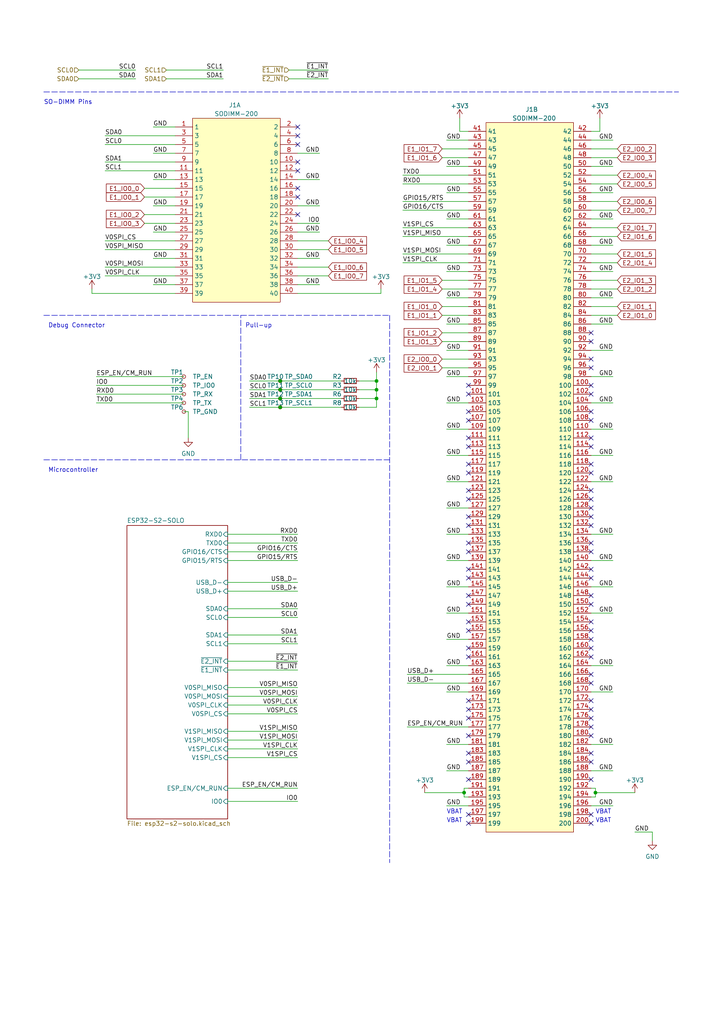
<source format=kicad_sch>
(kicad_sch (version 20211123) (generator eeschema)
  (paper "A4" portrait)
  (lib_symbols
    (symbol "Connector:SODIMM-200"
      (property "Reference" "J" (at 0 1.27 0))
      (property "Value" "SODIMM-200" (at 0 -1.27 0))
      (symbol "SODIMM-200_1_1"
        (rectangle (start -12.7 25.4) (end 12.7 -27.94) (fill (type background)))
        (pin passive line (at -17.78 22.86 0) (length 5.08) (name "1") (number "1"))
        (pin passive line (at 17.78 12.7 180) (length 5.08) (name "10") (number "10"))
        (pin passive line (at -17.78 10.16 0) (length 5.08) (name "11") (number "11"))
        (pin passive line (at 17.78 10.16 180) (length 5.08) (name "12") (number "12"))
        (pin passive line (at -17.78 7.62 0) (length 5.08) (name "13") (number "13"))
        (pin passive line (at 17.78 7.62 180) (length 5.08) (name "14") (number "14"))
        (pin passive line (at -17.78 5.08 0) (length 5.08) (name "15") (number "15"))
        (pin passive line (at 17.78 5.08 180) (length 5.08) (name "16") (number "16"))
        (pin passive line (at -17.78 2.54 0) (length 5.08) (name "17") (number "17"))
        (pin passive line (at 17.78 2.54 180) (length 5.08) (name "18") (number "18"))
        (pin passive line (at -17.78 0 0) (length 5.08) (name "19") (number "19"))
        (pin passive line (at 17.78 22.86 180) (length 5.08) (name "2") (number "2"))
        (pin passive line (at 17.78 0 180) (length 5.08) (name "20") (number "20"))
        (pin passive line (at -17.78 -2.54 0) (length 5.08) (name "21") (number "21"))
        (pin passive line (at 17.78 -2.54 180) (length 5.08) (name "22") (number "22"))
        (pin passive line (at -17.78 -5.08 0) (length 5.08) (name "23") (number "23"))
        (pin passive line (at 17.78 -5.08 180) (length 5.08) (name "24") (number "24"))
        (pin passive line (at -17.78 -7.62 0) (length 5.08) (name "25") (number "25"))
        (pin passive line (at 17.78 -7.62 180) (length 5.08) (name "26") (number "26"))
        (pin passive line (at -17.78 -10.16 0) (length 5.08) (name "27") (number "27"))
        (pin passive line (at 17.78 -10.16 180) (length 5.08) (name "28") (number "28"))
        (pin passive line (at -17.78 -12.7 0) (length 5.08) (name "29") (number "29"))
        (pin passive line (at -17.78 20.32 0) (length 5.08) (name "3") (number "3"))
        (pin passive line (at 17.78 -12.7 180) (length 5.08) (name "30") (number "30"))
        (pin passive line (at -17.78 -15.24 0) (length 5.08) (name "31") (number "31"))
        (pin passive line (at 17.78 -15.24 180) (length 5.08) (name "32") (number "32"))
        (pin passive line (at -17.78 -17.78 0) (length 5.08) (name "33") (number "33"))
        (pin passive line (at 17.78 -17.78 180) (length 5.08) (name "34") (number "34"))
        (pin passive line (at -17.78 -20.32 0) (length 5.08) (name "35") (number "35"))
        (pin passive line (at 17.78 -20.32 180) (length 5.08) (name "36") (number "36"))
        (pin passive line (at -17.78 -22.86 0) (length 5.08) (name "37") (number "37"))
        (pin passive line (at 17.78 -22.86 180) (length 5.08) (name "38") (number "38"))
        (pin passive line (at -17.78 -25.4 0) (length 5.08) (name "39") (number "39"))
        (pin passive line (at 17.78 20.32 180) (length 5.08) (name "4") (number "4"))
        (pin passive line (at 17.78 -25.4 180) (length 5.08) (name "40") (number "40"))
        (pin passive line (at -17.78 17.78 0) (length 5.08) (name "5") (number "5"))
        (pin passive line (at 17.78 17.78 180) (length 5.08) (name "6") (number "6"))
        (pin passive line (at -17.78 15.24 0) (length 5.08) (name "7") (number "7"))
        (pin passive line (at 17.78 15.24 180) (length 5.08) (name "8") (number "8"))
        (pin passive line (at -17.78 12.7 0) (length 5.08) (name "9") (number "9"))
      )
      (symbol "SODIMM-200_2_1"
        (rectangle (start -12.7 -104.14) (end 12.7 101.6) (fill (type background)))
        (pin passive line (at 17.78 25.4 180) (length 5.08) (name "100") (number "100"))
        (pin passive line (at -17.78 22.86 0) (length 5.08) (name "101") (number "101"))
        (pin passive line (at 17.78 22.86 180) (length 5.08) (name "102") (number "102"))
        (pin passive line (at -17.78 20.32 0) (length 5.08) (name "103") (number "103"))
        (pin passive line (at 17.78 20.32 180) (length 5.08) (name "104") (number "104"))
        (pin passive line (at -17.78 17.78 0) (length 5.08) (name "105") (number "105"))
        (pin passive line (at 17.78 17.78 180) (length 5.08) (name "106") (number "106"))
        (pin passive line (at -17.78 15.24 0) (length 5.08) (name "107") (number "107"))
        (pin passive line (at 17.78 15.24 180) (length 5.08) (name "108") (number "108"))
        (pin passive line (at -17.78 12.7 0) (length 5.08) (name "109") (number "109"))
        (pin passive line (at 17.78 12.7 180) (length 5.08) (name "110") (number "110"))
        (pin passive line (at -17.78 10.16 0) (length 5.08) (name "111") (number "111"))
        (pin passive line (at 17.78 10.16 180) (length 5.08) (name "112") (number "112"))
        (pin passive line (at -17.78 7.62 0) (length 5.08) (name "113") (number "113"))
        (pin passive line (at 17.78 7.62 180) (length 5.08) (name "114") (number "114"))
        (pin passive line (at -17.78 5.08 0) (length 5.08) (name "115") (number "115"))
        (pin passive line (at 17.78 5.08 180) (length 5.08) (name "116") (number "116"))
        (pin passive line (at -17.78 2.54 0) (length 5.08) (name "117") (number "117"))
        (pin passive line (at 17.78 2.54 180) (length 5.08) (name "118") (number "118"))
        (pin passive line (at -17.78 0 0) (length 5.08) (name "119") (number "119"))
        (pin passive line (at 17.78 0 180) (length 5.08) (name "120") (number "120"))
        (pin passive line (at -17.78 -2.54 0) (length 5.08) (name "121") (number "121"))
        (pin passive line (at 17.78 -2.54 180) (length 5.08) (name "122") (number "122"))
        (pin passive line (at -17.78 -5.08 0) (length 5.08) (name "123") (number "123"))
        (pin passive line (at 17.78 -5.08 180) (length 5.08) (name "124") (number "124"))
        (pin passive line (at -17.78 -7.62 0) (length 5.08) (name "125") (number "125"))
        (pin passive line (at 17.78 -7.62 180) (length 5.08) (name "126") (number "126"))
        (pin passive line (at -17.78 -10.16 0) (length 5.08) (name "127") (number "127"))
        (pin passive line (at 17.78 -10.16 180) (length 5.08) (name "128") (number "128"))
        (pin passive line (at -17.78 -12.7 0) (length 5.08) (name "129") (number "129"))
        (pin passive line (at 17.78 -12.7 180) (length 5.08) (name "130") (number "130"))
        (pin passive line (at -17.78 -15.24 0) (length 5.08) (name "131") (number "131"))
        (pin passive line (at 17.78 -15.24 180) (length 5.08) (name "132") (number "132"))
        (pin passive line (at -17.78 -17.78 0) (length 5.08) (name "133") (number "133"))
        (pin passive line (at 17.78 -17.78 180) (length 5.08) (name "134") (number "134"))
        (pin passive line (at -17.78 -20.32 0) (length 5.08) (name "135") (number "135"))
        (pin passive line (at 17.78 -20.32 180) (length 5.08) (name "136") (number "136"))
        (pin passive line (at -17.78 -22.86 0) (length 5.08) (name "137") (number "137"))
        (pin passive line (at 17.78 -22.86 180) (length 5.08) (name "138") (number "138"))
        (pin passive line (at -17.78 -25.4 0) (length 5.08) (name "139") (number "139"))
        (pin passive line (at 17.78 -25.4 180) (length 5.08) (name "140") (number "140"))
        (pin passive line (at -17.78 -27.94 0) (length 5.08) (name "141") (number "141"))
        (pin passive line (at 17.78 -27.94 180) (length 5.08) (name "142") (number "142"))
        (pin passive line (at -17.78 -30.48 0) (length 5.08) (name "143") (number "143"))
        (pin passive line (at 17.78 -30.48 180) (length 5.08) (name "144") (number "144"))
        (pin passive line (at -17.78 -33.02 0) (length 5.08) (name "145") (number "145"))
        (pin passive line (at 17.78 -33.02 180) (length 5.08) (name "146") (number "146"))
        (pin passive line (at -17.78 -35.56 0) (length 5.08) (name "147") (number "147"))
        (pin passive line (at 17.78 -35.56 180) (length 5.08) (name "148") (number "148"))
        (pin passive line (at -17.78 -38.1 0) (length 5.08) (name "149") (number "149"))
        (pin passive line (at 17.78 -38.1 180) (length 5.08) (name "150") (number "150"))
        (pin passive line (at -17.78 -40.64 0) (length 5.08) (name "151") (number "151"))
        (pin passive line (at 17.78 -40.64 180) (length 5.08) (name "152") (number "152"))
        (pin passive line (at -17.78 -43.18 0) (length 5.08) (name "153") (number "153"))
        (pin passive line (at 17.78 -43.18 180) (length 5.08) (name "154") (number "154"))
        (pin passive line (at -17.78 -45.72 0) (length 5.08) (name "155") (number "155"))
        (pin passive line (at 17.78 -45.72 180) (length 5.08) (name "156") (number "156"))
        (pin passive line (at -17.78 -48.26 0) (length 5.08) (name "157") (number "157"))
        (pin passive line (at 17.78 -48.26 180) (length 5.08) (name "158") (number "158"))
        (pin passive line (at -17.78 -50.8 0) (length 5.08) (name "159") (number "159"))
        (pin passive line (at 17.78 -50.8 180) (length 5.08) (name "160") (number "160"))
        (pin passive line (at -17.78 -53.34 0) (length 5.08) (name "161") (number "161"))
        (pin passive line (at 17.78 -53.34 180) (length 5.08) (name "162") (number "162"))
        (pin passive line (at -17.78 -55.88 0) (length 5.08) (name "163") (number "163"))
        (pin passive line (at 17.78 -55.88 180) (length 5.08) (name "164") (number "164"))
        (pin passive line (at -17.78 -58.42 0) (length 5.08) (name "165") (number "165"))
        (pin passive line (at 17.78 -58.42 180) (length 5.08) (name "166") (number "166"))
        (pin passive line (at -17.78 -60.96 0) (length 5.08) (name "167") (number "167"))
        (pin passive line (at 17.78 -60.96 180) (length 5.08) (name "168") (number "168"))
        (pin passive line (at -17.78 -63.5 0) (length 5.08) (name "169") (number "169"))
        (pin passive line (at 17.78 -63.5 180) (length 5.08) (name "170") (number "170"))
        (pin passive line (at -17.78 -66.04 0) (length 5.08) (name "171") (number "171"))
        (pin passive line (at 17.78 -66.04 180) (length 5.08) (name "172") (number "172"))
        (pin passive line (at -17.78 -68.58 0) (length 5.08) (name "173") (number "173"))
        (pin passive line (at 17.78 -68.58 180) (length 5.08) (name "174") (number "174"))
        (pin passive line (at -17.78 -71.12 0) (length 5.08) (name "175") (number "175"))
        (pin passive line (at 17.78 -71.12 180) (length 5.08) (name "176") (number "176"))
        (pin passive line (at -17.78 -73.66 0) (length 5.08) (name "177") (number "177"))
        (pin passive line (at 17.78 -73.66 180) (length 5.08) (name "178") (number "178"))
        (pin passive line (at -17.78 -76.2 0) (length 5.08) (name "179") (number "179"))
        (pin passive line (at 17.78 -76.2 180) (length 5.08) (name "180") (number "180"))
        (pin passive line (at -17.78 -78.74 0) (length 5.08) (name "181") (number "181"))
        (pin passive line (at 17.78 -78.74 180) (length 5.08) (name "182") (number "182"))
        (pin passive line (at -17.78 -81.28 0) (length 5.08) (name "183") (number "183"))
        (pin passive line (at 17.78 -81.28 180) (length 5.08) (name "184") (number "184"))
        (pin passive line (at -17.78 -83.82 0) (length 5.08) (name "185") (number "185"))
        (pin passive line (at 17.78 -83.82 180) (length 5.08) (name "186") (number "186"))
        (pin passive line (at -17.78 -86.36 0) (length 5.08) (name "187") (number "187"))
        (pin passive line (at 17.78 -86.36 180) (length 5.08) (name "188") (number "188"))
        (pin passive line (at -17.78 -88.9 0) (length 5.08) (name "189") (number "189"))
        (pin passive line (at 17.78 -88.9 180) (length 5.08) (name "190") (number "190"))
        (pin passive line (at -17.78 -91.44 0) (length 5.08) (name "191") (number "191"))
        (pin passive line (at 17.78 -91.44 180) (length 5.08) (name "192") (number "192"))
        (pin passive line (at -17.78 -93.98 0) (length 5.08) (name "193") (number "193"))
        (pin passive line (at 17.78 -93.98 180) (length 5.08) (name "194") (number "194"))
        (pin passive line (at -17.78 -96.52 0) (length 5.08) (name "195") (number "195"))
        (pin passive line (at 17.78 -96.52 180) (length 5.08) (name "196") (number "196"))
        (pin passive line (at -17.78 -99.06 0) (length 5.08) (name "197") (number "197"))
        (pin passive line (at 17.78 -99.06 180) (length 5.08) (name "198") (number "198"))
        (pin passive line (at -17.78 -101.6 0) (length 5.08) (name "199") (number "199"))
        (pin passive line (at 17.78 -101.6 180) (length 5.08) (name "200") (number "200"))
        (pin passive line (at -17.78 99.06 0) (length 5.08) (name "41") (number "41"))
        (pin passive line (at 17.78 99.06 180) (length 5.08) (name "42") (number "42"))
        (pin passive line (at -17.78 96.52 0) (length 5.08) (name "43") (number "43"))
        (pin passive line (at 17.78 96.52 180) (length 5.08) (name "44") (number "44"))
        (pin passive line (at -17.78 93.98 0) (length 5.08) (name "45") (number "45"))
        (pin passive line (at 17.78 93.98 180) (length 5.08) (name "46") (number "46"))
        (pin passive line (at -17.78 91.44 0) (length 5.08) (name "47") (number "47"))
        (pin passive line (at 17.78 91.44 180) (length 5.08) (name "48") (number "48"))
        (pin passive line (at -17.78 88.9 0) (length 5.08) (name "49") (number "49"))
        (pin passive line (at 17.78 88.9 180) (length 5.08) (name "50") (number "50"))
        (pin passive line (at -17.78 86.36 0) (length 5.08) (name "51") (number "51"))
        (pin passive line (at 17.78 86.36 180) (length 5.08) (name "52") (number "52"))
        (pin passive line (at -17.78 83.82 0) (length 5.08) (name "53") (number "53"))
        (pin passive line (at 17.78 83.82 180) (length 5.08) (name "54") (number "54"))
        (pin passive line (at -17.78 81.28 0) (length 5.08) (name "55") (number "55"))
        (pin passive line (at 17.78 81.28 180) (length 5.08) (name "56") (number "56"))
        (pin passive line (at -17.78 78.74 0) (length 5.08) (name "57") (number "57"))
        (pin passive line (at 17.78 78.74 180) (length 5.08) (name "58") (number "58"))
        (pin passive line (at -17.78 76.2 0) (length 5.08) (name "59") (number "59"))
        (pin passive line (at 17.78 76.2 180) (length 5.08) (name "60") (number "60"))
        (pin passive line (at -17.78 73.66 0) (length 5.08) (name "61") (number "61"))
        (pin passive line (at 17.78 73.66 180) (length 5.08) (name "62") (number "62"))
        (pin passive line (at -17.78 71.12 0) (length 5.08) (name "63") (number "63"))
        (pin passive line (at 17.78 71.12 180) (length 5.08) (name "64") (number "64"))
        (pin passive line (at -17.78 68.58 0) (length 5.08) (name "65") (number "65"))
        (pin passive line (at 17.78 68.58 180) (length 5.08) (name "66") (number "66"))
        (pin passive line (at -17.78 66.04 0) (length 5.08) (name "67") (number "67"))
        (pin passive line (at 17.78 66.04 180) (length 5.08) (name "68") (number "68"))
        (pin passive line (at -17.78 63.5 0) (length 5.08) (name "69") (number "69"))
        (pin passive line (at 17.78 63.5 180) (length 5.08) (name "70") (number "70"))
        (pin passive line (at -17.78 60.96 0) (length 5.08) (name "71") (number "71"))
        (pin passive line (at 17.78 60.96 180) (length 5.08) (name "72") (number "72"))
        (pin passive line (at -17.78 58.42 0) (length 5.08) (name "73") (number "73"))
        (pin passive line (at 17.78 58.42 180) (length 5.08) (name "74") (number "74"))
        (pin passive line (at -17.78 55.88 0) (length 5.08) (name "75") (number "75"))
        (pin passive line (at 17.78 55.88 180) (length 5.08) (name "76") (number "76"))
        (pin passive line (at -17.78 53.34 0) (length 5.08) (name "77") (number "77"))
        (pin passive line (at 17.78 53.34 180) (length 5.08) (name "78") (number "78"))
        (pin passive line (at -17.78 50.8 0) (length 5.08) (name "79") (number "79"))
        (pin passive line (at 17.78 50.8 180) (length 5.08) (name "80") (number "80"))
        (pin passive line (at -17.78 48.26 0) (length 5.08) (name "81") (number "81"))
        (pin passive line (at 17.78 48.26 180) (length 5.08) (name "82") (number "82"))
        (pin passive line (at -17.78 45.72 0) (length 5.08) (name "83") (number "83"))
        (pin passive line (at 17.78 45.72 180) (length 5.08) (name "84") (number "84"))
        (pin passive line (at -17.78 43.18 0) (length 5.08) (name "85") (number "85"))
        (pin passive line (at 17.78 43.18 180) (length 5.08) (name "86") (number "86"))
        (pin passive line (at -17.78 40.64 0) (length 5.08) (name "87") (number "87"))
        (pin passive line (at 17.78 40.64 180) (length 5.08) (name "88") (number "88"))
        (pin passive line (at -17.78 38.1 0) (length 5.08) (name "89") (number "89"))
        (pin passive line (at 17.78 38.1 180) (length 5.08) (name "90") (number "90"))
        (pin passive line (at -17.78 35.56 0) (length 5.08) (name "91") (number "91"))
        (pin passive line (at 17.78 35.56 180) (length 5.08) (name "92") (number "92"))
        (pin passive line (at -17.78 33.02 0) (length 5.08) (name "93") (number "93"))
        (pin passive line (at 17.78 33.02 180) (length 5.08) (name "94") (number "94"))
        (pin passive line (at -17.78 30.48 0) (length 5.08) (name "95") (number "95"))
        (pin passive line (at 17.78 30.48 180) (length 5.08) (name "96") (number "96"))
        (pin passive line (at -17.78 27.94 0) (length 5.08) (name "97") (number "97"))
        (pin passive line (at 17.78 27.94 180) (length 5.08) (name "98") (number "98"))
        (pin passive line (at -17.78 25.4 0) (length 5.08) (name "99") (number "99"))
      )
    )
    (symbol "Connector:TestPoint_Small" (pin_numbers hide) (pin_names (offset 0.762) hide)
      (property "Reference" "TP" (at 0 3.81 0))
      (property "Value" "TestPoint_Small" (at 0 2.032 0))
      (symbol "TestPoint_Small_0_1"
        (circle (center 0 0) (radius 0.508))
      )
      (symbol "TestPoint_Small_1_1"
        (pin passive line (at 0 0 90) (length 0) (name "1") (number "1"))
      )
    )
    (symbol "Device:R_Small" (pin_numbers hide) (pin_names (offset 0.254) hide)
      (property "Reference" "R" (at 0.762 0.508 0))
      (property "Value" "R_Small" (at 0.762 -1.016 0))
      (symbol "R_Small_0_1"
        (rectangle (start -0.762 1.778) (end 0.762 -1.778) (stroke (width 0.2032)))
      )
      (symbol "R_Small_1_1"
        (pin passive line (at 0 2.54 270) (length 0.762) (name "~") (number "1"))
        (pin passive line (at 0 -2.54 90) (length 0.762) (name "~") (number "2"))
      )
    )
    (symbol "power:+3V3" (power) (pin_names (offset 0))
      (property "Value" "+3V3" (at 0 3.556 0))
      (symbol "+3V3_0_1"
        (polyline (pts (xy -0.762 1.27) (xy 0 2.54)))
        (polyline (pts (xy 0 0) (xy 0 2.54)))
        (polyline (pts (xy 0 2.54) (xy 0.762 1.27)))
      )
      (symbol "+3V3_1_1"
        (pin power_in line (at 0 0 90) (length 0) hide (name "+3V3") (number "1"))
      )
    )
    (symbol "power:GND" (power) (pin_names (offset 0))
      (property "Value" "GND" (at 0 -3.81 0))
      (symbol "GND_0_1"
        (polyline (pts (xy 0 0) (xy 0 -1.27) (xy 1.27 -1.27) (xy 0 -2.54) (xy -1.27 -1.27) (xy 0 -1.27)))
      )
      (symbol "GND_1_1"
        (pin power_in line (at 0 0 270) (length 0) hide (name "GND") (number "1"))
      )
    )
  )
  (junction (at 81.28 110.49))
  (junction (at 81.28 115.57))
  (junction (at 81.28 113.03))
  (junction (at 81.28 118.11))
  (junction (at 109.22 115.57))
  (junction (at 109.22 113.03))
  (junction (at 109.22 110.49))
  (junction (at 134.62 229.87))
  (junction (at 172.72 229.87))
  (no_connect (at 171.45 187.96))
  (no_connect (at 171.45 127))
  (no_connect (at 171.45 114.3))
  (no_connect (at 171.45 236.22))
  (no_connect (at 171.45 238.76))
  (no_connect (at 135.89 236.22))
  (no_connect (at 135.89 238.76))
  (no_connect (at 171.45 144.78))
  (no_connect (at 171.45 198.12))
  (no_connect (at 171.45 129.54))
  (no_connect (at 135.89 180.34))
  (no_connect (at 171.45 160.02))
  (no_connect (at 171.45 152.4))
  (no_connect (at 135.89 142.24))
  (no_connect (at 135.89 187.96))
  (no_connect (at 171.45 142.24))
  (no_connect (at 171.45 99.06))
  (no_connect (at 135.89 114.3))
  (no_connect (at 86.36 62.23))
  (no_connect (at 171.45 104.14))
  (no_connect (at 86.36 36.83))
  (no_connect (at 86.36 46.99))
  (no_connect (at 171.45 96.52))
  (no_connect (at 135.89 182.88))
  (no_connect (at 135.89 152.4))
  (no_connect (at 135.89 127))
  (no_connect (at 135.89 172.72))
  (no_connect (at 171.45 218.44))
  (no_connect (at 171.45 220.98))
  (no_connect (at 86.36 57.15))
  (no_connect (at 171.45 149.86))
  (no_connect (at 171.45 172.72))
  (no_connect (at 171.45 226.06))
  (no_connect (at 135.89 119.38))
  (no_connect (at 171.45 180.34))
  (no_connect (at 171.45 175.26))
  (no_connect (at 135.89 167.64))
  (no_connect (at 171.45 119.38))
  (no_connect (at 171.45 106.68))
  (no_connect (at 135.89 203.2))
  (no_connect (at 135.89 208.28))
  (no_connect (at 171.45 208.28))
  (no_connect (at 135.89 144.78))
  (no_connect (at 171.45 203.2))
  (no_connect (at 171.45 190.5))
  (no_connect (at 171.45 195.58))
  (no_connect (at 135.89 213.36))
  (no_connect (at 171.45 182.88))
  (no_connect (at 135.89 205.74))
  (no_connect (at 171.45 213.36))
  (no_connect (at 135.89 137.16))
  (no_connect (at 135.89 220.98))
  (no_connect (at 135.89 111.76))
  (no_connect (at 86.36 49.53))
  (no_connect (at 171.45 121.92))
  (no_connect (at 135.89 157.48))
  (no_connect (at 135.89 165.1))
  (no_connect (at 171.45 134.62))
  (no_connect (at 171.45 210.82))
  (no_connect (at 171.45 167.64))
  (no_connect (at 135.89 134.62))
  (no_connect (at 171.45 165.1))
  (no_connect (at 171.45 137.16))
  (no_connect (at 135.89 190.5))
  (no_connect (at 171.45 111.76))
  (no_connect (at 171.45 185.42))
  (no_connect (at 135.89 160.02))
  (no_connect (at 135.89 129.54))
  (no_connect (at 171.45 157.48))
  (no_connect (at 171.45 205.74))
  (no_connect (at 135.89 121.92))
  (no_connect (at 135.89 226.06))
  (no_connect (at 86.36 39.37))
  (no_connect (at 86.36 41.91))
  (no_connect (at 86.36 54.61))
  (no_connect (at 135.89 175.26))
  (no_connect (at 135.89 218.44))
  (no_connect (at 171.45 147.32))
  (no_connect (at 135.89 149.86))
  (wire (pts (xy 66.04 199.39) (xy 86.36 199.39)))
  (wire (pts (xy 30.48 72.39) (xy 50.8 72.39)))
  (wire (pts (xy 171.45 73.66) (xy 179.07 73.66)))
  (wire (pts (xy 135.89 231.14) (xy 134.62 231.14)))
  (wire (pts (xy 86.36 77.47) (xy 95.25 77.47)))
  (wire (pts (xy 129.54 170.18) (xy 135.89 170.18)))
  (wire (pts (xy 72.39 110.49) (xy 81.28 110.49)))
  (wire (pts (xy 171.45 83.82) (xy 179.07 83.82)))
  (wire (pts (xy 171.45 68.58) (xy 179.07 68.58)))
  (wire (pts (xy 177.8 162.56) (xy 171.45 162.56)))
  (wire (pts (xy 177.8 101.6) (xy 171.45 101.6)))
  (wire (pts (xy 172.72 229.87) (xy 184.15 229.87)))
  (wire (pts (xy 116.84 76.2) (xy 135.89 76.2)))
  (wire (pts (xy 177.8 124.46) (xy 171.45 124.46)))
  (wire (pts (xy 177.8 116.84) (xy 171.45 116.84)))
  (wire (pts (xy 177.8 40.64) (xy 171.45 40.64)))
  (wire (pts (xy 81.28 118.11) (xy 99.06 118.11)))
  (wire (pts (xy 128.27 91.44) (xy 135.89 91.44)))
  (wire (pts (xy 83.82 22.86) (xy 95.25 22.86)))
  (wire (pts (xy 171.45 76.2) (xy 179.07 76.2)))
  (wire (pts (xy 66.04 171.45) (xy 86.36 171.45)))
  (wire (pts (xy 27.94 109.22) (xy 53.34 109.22)))
  (wire (pts (xy 86.36 85.09) (xy 110.49 85.09)))
  (wire (pts (xy 66.04 228.6) (xy 86.36 228.6)))
  (wire (pts (xy 172.72 228.6) (xy 172.72 229.87)))
  (wire (pts (xy 129.54 223.52) (xy 135.89 223.52)))
  (wire (pts (xy 72.39 118.11) (xy 81.28 118.11)))
  (wire (pts (xy 129.54 93.98) (xy 135.89 93.98)))
  (wire (pts (xy 44.45 67.31) (xy 50.8 67.31)))
  (wire (pts (xy 44.45 74.93) (xy 50.8 74.93)))
  (wire (pts (xy 48.26 20.32) (xy 64.77 20.32)))
  (wire (pts (xy 128.27 106.68) (xy 135.89 106.68)))
  (wire (pts (xy 116.84 58.42) (xy 135.89 58.42)))
  (wire (pts (xy 92.71 82.55) (xy 86.36 82.55)))
  (wire (pts (xy 173.99 38.1) (xy 171.45 38.1)))
  (wire (pts (xy 66.04 194.31) (xy 86.36 194.31)))
  (wire (pts (xy 104.14 118.11) (xy 109.22 118.11)))
  (wire (pts (xy 22.86 20.32) (xy 39.37 20.32)))
  (wire (pts (xy 66.04 157.48) (xy 86.36 157.48)))
  (wire (pts (xy 116.84 60.96) (xy 135.89 60.96)))
  (wire (pts (xy 109.22 115.57) (xy 109.22 118.11)))
  (wire (pts (xy 30.48 41.91) (xy 50.8 41.91)))
  (wire (pts (xy 129.54 63.5) (xy 135.89 63.5)))
  (wire (pts (xy 66.04 232.41) (xy 86.36 232.41)))
  (wire (pts (xy 104.14 113.03) (xy 109.22 113.03)))
  (wire (pts (xy 110.49 83.82) (xy 110.49 85.09)))
  (wire (pts (xy 128.27 43.18) (xy 135.89 43.18)))
  (wire (pts (xy 30.48 77.47) (xy 50.8 77.47)))
  (wire (pts (xy 30.48 39.37) (xy 50.8 39.37)))
  (wire (pts (xy 129.54 101.6) (xy 135.89 101.6)))
  (wire (pts (xy 171.45 88.9) (xy 179.07 88.9)))
  (wire (pts (xy 26.67 85.09) (xy 50.8 85.09)))
  (wire (pts (xy 129.54 78.74) (xy 135.89 78.74)))
  (wire (pts (xy 30.48 49.53) (xy 50.8 49.53)))
  (wire (pts (xy 129.54 185.42) (xy 135.89 185.42)))
  (wire (pts (xy 172.72 229.87) (xy 172.72 231.14)))
  (wire (pts (xy 66.04 176.53) (xy 86.36 176.53)))
  (wire (pts (xy 171.45 50.8) (xy 179.07 50.8)))
  (wire (pts (xy 177.8 233.68) (xy 171.45 233.68)))
  (wire (pts (xy 123.19 229.87) (xy 134.62 229.87)))
  (wire (pts (xy 129.54 139.7) (xy 135.89 139.7)))
  (wire (pts (xy 116.84 73.66) (xy 135.89 73.66)))
  (wire (pts (xy 177.8 177.8) (xy 171.45 177.8)))
  (wire (pts (xy 66.04 184.15) (xy 86.36 184.15)))
  (wire (pts (xy 41.91 62.23) (xy 50.8 62.23)))
  (wire (pts (xy 66.04 214.63) (xy 86.36 214.63)))
  (wire (pts (xy 66.04 154.94) (xy 86.36 154.94)))
  (wire (pts (xy 116.84 68.58) (xy 135.89 68.58)))
  (wire (pts (xy 92.71 44.45) (xy 86.36 44.45)))
  (polyline (pts (xy 12.7 91.44) (xy 113.03 91.44)))
  (wire (pts (xy 44.45 36.83) (xy 50.8 36.83)))
  (wire (pts (xy 128.27 104.14) (xy 135.89 104.14)))
  (wire (pts (xy 177.8 200.66) (xy 171.45 200.66)))
  (wire (pts (xy 92.71 59.69) (xy 86.36 59.69)))
  (wire (pts (xy 171.45 228.6) (xy 172.72 228.6)))
  (wire (pts (xy 86.36 69.85) (xy 95.25 69.85)))
  (wire (pts (xy 27.94 116.84) (xy 53.34 116.84)))
  (wire (pts (xy 41.91 64.77) (xy 50.8 64.77)))
  (wire (pts (xy 177.8 139.7) (xy 171.45 139.7)))
  (wire (pts (xy 116.84 53.34) (xy 135.89 53.34)))
  (wire (pts (xy 44.45 59.69) (xy 50.8 59.69)))
  (wire (pts (xy 129.54 109.22) (xy 135.89 109.22)))
  (wire (pts (xy 86.36 80.01) (xy 95.25 80.01)))
  (wire (pts (xy 109.22 113.03) (xy 109.22 115.57)))
  (wire (pts (xy 177.8 71.12) (xy 171.45 71.12)))
  (wire (pts (xy 116.84 50.8) (xy 135.89 50.8)))
  (polyline (pts (xy 113.03 133.35) (xy 64.77 133.35)))
  (wire (pts (xy 129.54 233.68) (xy 135.89 233.68)))
  (wire (pts (xy 86.36 64.77) (xy 92.71 64.77)))
  (wire (pts (xy 83.82 20.32) (xy 95.25 20.32)))
  (wire (pts (xy 44.45 82.55) (xy 50.8 82.55)))
  (wire (pts (xy 118.11 195.58) (xy 135.89 195.58)))
  (wire (pts (xy 171.45 81.28) (xy 179.07 81.28)))
  (wire (pts (xy 66.04 217.17) (xy 86.36 217.17)))
  (polyline (pts (xy 12.7 133.35) (xy 64.77 133.35)))
  (wire (pts (xy 30.48 69.85) (xy 50.8 69.85)))
  (wire (pts (xy 129.54 71.12) (xy 135.89 71.12)))
  (wire (pts (xy 171.45 91.44) (xy 179.07 91.44)))
  (wire (pts (xy 44.45 52.07) (xy 50.8 52.07)))
  (wire (pts (xy 66.04 201.93) (xy 86.36 201.93)))
  (wire (pts (xy 30.48 80.01) (xy 50.8 80.01)))
  (wire (pts (xy 129.54 154.94) (xy 135.89 154.94)))
  (wire (pts (xy 177.8 132.08) (xy 171.45 132.08)))
  (wire (pts (xy 30.48 46.99) (xy 50.8 46.99)))
  (wire (pts (xy 104.14 110.49) (xy 109.22 110.49)))
  (wire (pts (xy 184.15 241.3) (xy 189.23 241.3)))
  (wire (pts (xy 128.27 45.72) (xy 135.89 45.72)))
  (wire (pts (xy 54.61 119.38) (xy 54.61 127)))
  (wire (pts (xy 116.84 66.04) (xy 135.89 66.04)))
  (wire (pts (xy 92.71 67.31) (xy 86.36 67.31)))
  (wire (pts (xy 128.27 99.06) (xy 135.89 99.06)))
  (wire (pts (xy 66.04 219.71) (xy 86.36 219.71)))
  (wire (pts (xy 129.54 162.56) (xy 135.89 162.56)))
  (wire (pts (xy 133.35 38.1) (xy 135.89 38.1)))
  (wire (pts (xy 177.8 154.94) (xy 171.45 154.94)))
  (wire (pts (xy 177.8 63.5) (xy 171.45 63.5)))
  (wire (pts (xy 72.39 115.57) (xy 81.28 115.57)))
  (wire (pts (xy 129.54 55.88) (xy 135.89 55.88)))
  (wire (pts (xy 22.86 22.86) (xy 39.37 22.86)))
  (wire (pts (xy 27.94 114.3) (xy 53.34 114.3)))
  (wire (pts (xy 53.34 119.38) (xy 54.61 119.38)))
  (wire (pts (xy 171.45 45.72) (xy 179.07 45.72)))
  (wire (pts (xy 134.62 229.87) (xy 134.62 228.6)))
  (wire (pts (xy 189.23 241.3) (xy 189.23 243.84)))
  (wire (pts (xy 27.94 111.76) (xy 53.34 111.76)))
  (wire (pts (xy 66.04 179.07) (xy 86.36 179.07)))
  (wire (pts (xy 134.62 228.6) (xy 135.89 228.6)))
  (wire (pts (xy 128.27 83.82) (xy 135.89 83.82)))
  (wire (pts (xy 177.8 48.26) (xy 171.45 48.26)))
  (wire (pts (xy 177.8 78.74) (xy 171.45 78.74)))
  (wire (pts (xy 171.45 231.14) (xy 172.72 231.14)))
  (wire (pts (xy 177.8 223.52) (xy 171.45 223.52)))
  (wire (pts (xy 66.04 162.56) (xy 86.36 162.56)))
  (wire (pts (xy 173.99 34.29) (xy 173.99 38.1)))
  (wire (pts (xy 171.45 60.96) (xy 179.07 60.96)))
  (wire (pts (xy 109.22 110.49) (xy 109.22 107.95)))
  (wire (pts (xy 41.91 57.15) (xy 50.8 57.15)))
  (wire (pts (xy 177.8 93.98) (xy 171.45 93.98)))
  (polyline (pts (xy 113.03 91.44) (xy 113.03 250.19)))
  (wire (pts (xy 66.04 186.69) (xy 86.36 186.69)))
  (wire (pts (xy 41.91 54.61) (xy 50.8 54.61)))
  (wire (pts (xy 171.45 58.42) (xy 179.07 58.42)))
  (wire (pts (xy 66.04 191.77) (xy 86.36 191.77)))
  (wire (pts (xy 48.26 22.86) (xy 64.77 22.86)))
  (wire (pts (xy 66.04 160.02) (xy 86.36 160.02)))
  (wire (pts (xy 129.54 48.26) (xy 135.89 48.26)))
  (wire (pts (xy 129.54 124.46) (xy 135.89 124.46)))
  (wire (pts (xy 129.54 215.9) (xy 135.89 215.9)))
  (wire (pts (xy 129.54 132.08) (xy 135.89 132.08)))
  (wire (pts (xy 133.35 34.29) (xy 133.35 38.1)))
  (wire (pts (xy 171.45 66.04) (xy 179.07 66.04)))
  (wire (pts (xy 44.45 44.45) (xy 50.8 44.45)))
  (wire (pts (xy 86.36 72.39) (xy 95.25 72.39)))
  (wire (pts (xy 92.71 74.93) (xy 86.36 74.93)))
  (wire (pts (xy 128.27 96.52) (xy 135.89 96.52)))
  (wire (pts (xy 129.54 177.8) (xy 135.89 177.8)))
  (wire (pts (xy 177.8 193.04) (xy 171.45 193.04)))
  (wire (pts (xy 118.11 210.82) (xy 135.89 210.82)))
  (wire (pts (xy 128.27 81.28) (xy 135.89 81.28)))
  (wire (pts (xy 81.28 113.03) (xy 99.06 113.03)))
  (wire (pts (xy 128.27 88.9) (xy 135.89 88.9)))
  (wire (pts (xy 129.54 116.84) (xy 135.89 116.84)))
  (wire (pts (xy 134.62 231.14) (xy 134.62 229.87)))
  (wire (pts (xy 177.8 170.18) (xy 171.45 170.18)))
  (wire (pts (xy 104.14 115.57) (xy 109.22 115.57)))
  (wire (pts (xy 171.45 43.18) (xy 179.07 43.18)))
  (wire (pts (xy 177.8 55.88) (xy 171.45 55.88)))
  (polyline (pts (xy 69.85 133.35) (xy 69.85 91.44)))
  (wire (pts (xy 129.54 193.04) (xy 135.89 193.04)))
  (wire (pts (xy 177.8 86.36) (xy 171.45 86.36)))
  (wire (pts (xy 92.71 52.07) (xy 86.36 52.07)))
  (wire (pts (xy 129.54 86.36) (xy 135.89 86.36)))
  (wire (pts (xy 26.67 85.09) (xy 26.67 83.82)))
  (wire (pts (xy 81.28 110.49) (xy 99.06 110.49)))
  (wire (pts (xy 177.8 109.22) (xy 171.45 109.22)))
  (wire (pts (xy 66.04 212.09) (xy 86.36 212.09)))
  (wire (pts (xy 118.11 198.12) (xy 135.89 198.12)))
  (wire (pts (xy 109.22 113.03) (xy 109.22 110.49)))
  (wire (pts (xy 129.54 147.32) (xy 135.89 147.32)))
  (wire (pts (xy 81.28 115.57) (xy 99.06 115.57)))
  (wire (pts (xy 177.8 215.9) (xy 171.45 215.9)))
  (wire (pts (xy 129.54 40.64) (xy 135.89 40.64)))
  (wire (pts (xy 66.04 207.01) (xy 86.36 207.01)))
  (wire (pts (xy 72.39 113.03) (xy 81.28 113.03)))
  (wire (pts (xy 66.04 204.47) (xy 86.36 204.47)))
  (wire (pts (xy 129.54 200.66) (xy 135.89 200.66)))
  (wire (pts (xy 66.04 168.91) (xy 86.36 168.91)))
  (wire (pts (xy 171.45 53.34) (xy 179.07 53.34)))
  (polyline (pts (xy 12.7 26.67) (xy 196.85 26.67)))
  (text "Microcontroller" (at 13.97 137.16 0) (effects (font (size 1.27 1.27)) (justify left bottom)))
  (text "SO-DIMM Pins" (at 12.7 30.48 0) (effects (font (size 1.27 1.27)) (justify left bottom)))
  (text "VBAT" (at 129.54 238.76 0) (effects (font (size 1.27 1.27)) (justify left bottom)))
  (text "VBAT" (at 172.72 238.76 0) (effects (font (size 1.27 1.27)) (justify left bottom)))
  (text "VBAT" (at 129.54 236.22 0) (effects (font (size 1.27 1.27)) (justify left bottom)))
  (text "VBAT" (at 172.72 236.22 0) (effects (font (size 1.27 1.27)) (justify left bottom)))
  (text "Pull-up" (at 71.12 95.25 0) (effects (font (size 1.27 1.27)) (justify left bottom)))
  (text "Debug Connector" (at 13.97 95.25 0) (effects (font (size 1.27 1.27)) (justify left bottom)))
  (label "ESP_EN{slash}CM_RUN" (at 86.36 228.6 180))
  (label "GND" (at 129.54 124.46 0))
  (label "V1SPI_CLK" (at 86.36 217.17 180))
  (label "IO0" (at 86.36 232.41 180))
  (label "V1SPI_MISO" (at 116.84 68.58 0))
  (label "GND" (at 129.54 185.42 0))
  (label "TXD0" (at 27.94 116.84 0))
  (label "GND" (at 177.8 223.52 180))
  (label "GPIO16{slash}CTS" (at 86.36 160.02 180))
  (label "GND" (at 129.54 109.22 0))
  (label "GND" (at 92.71 52.07 180))
  (label "GND" (at 129.54 78.74 0))
  (label "SDA0" (at 72.39 110.49 0))
  (label "SCL1" (at 72.39 118.11 0))
  (label "RXD0" (at 27.94 114.3 0))
  (label "SCL1" (at 30.48 49.53 0))
  (label "SCL0" (at 30.48 41.91 0))
  (label "GND" (at 177.8 177.8 180))
  (label "~{E2_INT}" (at 95.25 22.86 180))
  (label "GPIO16{slash}CTS" (at 116.84 60.96 0))
  (label "GND" (at 92.71 59.69 180))
  (label "V1SPI_CS" (at 86.36 219.71 180))
  (label "V1SPI_MISO" (at 86.36 212.09 180))
  (label "GND" (at 44.45 82.55 0))
  (label "GND" (at 44.45 74.93 0))
  (label "GND" (at 177.8 170.18 180))
  (label "~{E1_INT}" (at 86.36 194.31 180))
  (label "SDA0" (at 86.36 176.53 180))
  (label "GND" (at 129.54 132.08 0))
  (label "V0SPI_CS" (at 30.48 69.85 0))
  (label "TXD0" (at 116.84 50.8 0))
  (label "GND" (at 129.54 193.04 0))
  (label "GND" (at 129.54 48.26 0))
  (label "V1SPI_CLK" (at 116.84 76.2 0))
  (label "GND" (at 92.71 82.55 180))
  (label "~{E1_INT}" (at 95.25 20.32 180))
  (label "GND" (at 177.8 215.9 180))
  (label "GND" (at 129.54 200.66 0))
  (label "GND" (at 92.71 44.45 180))
  (label "GND" (at 177.8 48.26 180))
  (label "GND" (at 129.54 223.52 0))
  (label "TXD0" (at 86.36 157.48 180))
  (label "USB_D+" (at 118.11 195.58 0))
  (label "GND" (at 177.8 200.66 180))
  (label "GND" (at 129.54 139.7 0))
  (label "GND" (at 129.54 154.94 0))
  (label "GND" (at 177.8 162.56 180))
  (label "GND" (at 177.8 55.88 180))
  (label "V1SPI_MOSI" (at 116.84 73.66 0))
  (label "V1SPI_MOSI" (at 86.36 214.63 180))
  (label "V0SPI_MISO" (at 86.36 199.39 180))
  (label "V0SPI_CLK" (at 30.48 80.01 0))
  (label "GND" (at 177.8 109.22 180))
  (label "GND" (at 129.54 233.68 0))
  (label "V0SPI_MISO" (at 30.48 72.39 0))
  (label "~{E2_INT}" (at 86.36 191.77 180))
  (label "V0SPI_CLK" (at 86.36 204.47 180))
  (label "SCL0" (at 86.36 179.07 180))
  (label "GND" (at 177.8 40.64 180))
  (label "GND" (at 177.8 101.6 180))
  (label "GND" (at 129.54 93.98 0))
  (label "USB_D-" (at 118.11 198.12 0))
  (label "GND" (at 44.45 52.07 0))
  (label "GND" (at 92.71 67.31 180))
  (label "USB_D-" (at 86.36 168.91 180))
  (label "GND" (at 177.8 154.94 180))
  (label "GND" (at 129.54 40.64 0))
  (label "USB_D+" (at 86.36 171.45 180))
  (label "GND" (at 177.8 233.68 180))
  (label "IO0" (at 92.71 64.77 180))
  (label "SCL1" (at 64.77 20.32 180))
  (label "V0SPI_MOSI" (at 30.48 77.47 0))
  (label "V1SPI_CS" (at 116.84 66.04 0))
  (label "RXD0" (at 116.84 53.34 0))
  (label "GND" (at 129.54 162.56 0))
  (label "GND" (at 129.54 116.84 0))
  (label "GND" (at 177.8 193.04 180))
  (label "SDA1" (at 72.39 115.57 0))
  (label "GPIO15{slash}RTS" (at 116.84 58.42 0))
  (label "GND" (at 44.45 59.69 0))
  (label "ESP_EN{slash}CM_RUN" (at 118.11 210.82 0))
  (label "GND" (at 177.8 124.46 180))
  (label "GND" (at 184.15 241.3 0))
  (label "GND" (at 92.71 74.93 180))
  (label "GND" (at 177.8 63.5 180))
  (label "GND" (at 129.54 55.88 0))
  (label "SDA1" (at 86.36 184.15 180))
  (label "GND" (at 177.8 139.7 180))
  (label "V0SPI_MOSI" (at 86.36 201.93 180))
  (label "GND" (at 177.8 93.98 180))
  (label "GND" (at 129.54 177.8 0))
  (label "RXD0" (at 86.36 154.94 180))
  (label "SDA1" (at 30.48 46.99 0))
  (label "GND" (at 129.54 170.18 0))
  (label "GND" (at 129.54 147.32 0))
  (label "GND" (at 44.45 36.83 0))
  (label "SCL0" (at 39.37 20.32 180))
  (label "GND" (at 129.54 63.5 0))
  (label "GND" (at 129.54 86.36 0))
  (label "GND" (at 177.8 132.08 180))
  (label "GND" (at 44.45 44.45 0))
  (label "GND" (at 177.8 78.74 180))
  (label "GND" (at 177.8 71.12 180))
  (label "GND" (at 177.8 116.84 180))
  (label "V0SPI_CS" (at 86.36 207.01 180))
  (label "SDA1" (at 64.77 22.86 180))
  (label "GND" (at 129.54 71.12 0))
  (label "SDA0" (at 39.37 22.86 180))
  (label "IO0" (at 27.94 111.76 0))
  (label "GND" (at 44.45 67.31 0))
  (label "GPIO15{slash}RTS" (at 86.36 162.56 180))
  (label "GND" (at 177.8 86.36 180))
  (label "GND" (at 129.54 101.6 0))
  (label "GND" (at 129.54 215.9 0))
  (label "SDA0" (at 30.48 39.37 0))
  (label "ESP_EN{slash}CM_RUN" (at 27.94 109.22 0))
  (label "SCL1" (at 86.36 186.69 180))
  (label "SCL0" (at 72.39 113.03 0))
  (global_label "E1_IO0_3" (shape input) (at 41.91 64.77 180) (property "Intersheet References" "${INTERSHEET_REFS}" (effects hide)))
  (global_label "E1_IO1_1" (shape input) (at 128.27 91.44 180) (property "Intersheet References" "${INTERSHEET_REFS}" (effects hide)))
  (global_label "E1_IO0_6" (shape input) (at 95.25 77.47 0) (property "Intersheet References" "${INTERSHEET_REFS}" (effects hide)))
  (global_label "E1_IO1_7" (shape input) (at 128.27 43.18 180) (property "Intersheet References" "${INTERSHEET_REFS}" (effects hide)))
  (global_label "E2_IO0_2" (shape input) (at 179.07 43.18 0) (property "Intersheet References" "${INTERSHEET_REFS}" (effects hide)))
  (global_label "E1_IO0_4" (shape input) (at 95.25 69.85 0) (property "Intersheet References" "${INTERSHEET_REFS}" (effects hide)))
  (global_label "E1_IO0_0" (shape input) (at 41.91 54.61 180) (property "Intersheet References" "${INTERSHEET_REFS}" (effects hide)))
  (global_label "E2_IO1_6" (shape input) (at 179.07 68.58 0) (property "Intersheet References" "${INTERSHEET_REFS}" (effects hide)))
  (global_label "E1_IO0_1" (shape input) (at 41.91 57.15 180) (property "Intersheet References" "${INTERSHEET_REFS}" (effects hide)))
  (global_label "E1_IO0_2" (shape input) (at 41.91 62.23 180) (property "Intersheet References" "${INTERSHEET_REFS}" (effects hide)))
  (global_label "E2_IO0_0" (shape input) (at 128.27 104.14 180) (property "Intersheet References" "${INTERSHEET_REFS}" (effects hide)))
  (global_label "E2_IO0_4" (shape input) (at 179.07 50.8 0) (property "Intersheet References" "${INTERSHEET_REFS}" (effects hide)))
  (global_label "E2_IO1_0" (shape input) (at 179.07 91.44 0) (property "Intersheet References" "${INTERSHEET_REFS}" (effects hide)))
  (global_label "E2_IO1_7" (shape input) (at 179.07 66.04 0) (property "Intersheet References" "${INTERSHEET_REFS}" (effects hide)))
  (global_label "E2_IO1_2" (shape input) (at 179.07 83.82 0) (property "Intersheet References" "${INTERSHEET_REFS}" (effects hide)))
  (global_label "E1_IO0_5" (shape input) (at 95.25 72.39 0) (property "Intersheet References" "${INTERSHEET_REFS}" (effects hide)))
  (global_label "E1_IO1_4" (shape input) (at 128.27 83.82 180) (property "Intersheet References" "${INTERSHEET_REFS}" (effects hide)))
  (global_label "E2_IO0_6" (shape input) (at 179.07 58.42 0) (property "Intersheet References" "${INTERSHEET_REFS}" (effects hide)))
  (global_label "E2_IO0_7" (shape input) (at 179.07 60.96 0) (property "Intersheet References" "${INTERSHEET_REFS}" (effects hide)))
  (global_label "E1_IO1_0" (shape input) (at 128.27 88.9 180) (property "Intersheet References" "${INTERSHEET_REFS}" (effects hide)))
  (global_label "E2_IO0_3" (shape input) (at 179.07 45.72 0) (property "Intersheet References" "${INTERSHEET_REFS}" (effects hide)))
  (global_label "E2_IO1_3" (shape input) (at 179.07 81.28 0) (property "Intersheet References" "${INTERSHEET_REFS}" (effects hide)))
  (global_label "E2_IO1_4" (shape input) (at 179.07 76.2 0) (property "Intersheet References" "${INTERSHEET_REFS}" (effects hide)))
  (global_label "E1_IO1_6" (shape input) (at 128.27 45.72 180) (property "Intersheet References" "${INTERSHEET_REFS}" (effects hide)))
  (global_label "E1_IO1_2" (shape input) (at 128.27 96.52 180) (property "Intersheet References" "${INTERSHEET_REFS}" (effects hide)))
  (global_label "E2_IO0_5" (shape input) (at 179.07 53.34 0) (property "Intersheet References" "${INTERSHEET_REFS}" (effects hide)))
  (global_label "E2_IO0_1" (shape input) (at 128.27 106.68 180) (property "Intersheet References" "${INTERSHEET_REFS}" (effects hide)))
  (global_label "E1_IO1_3" (shape input) (at 128.27 99.06 180) (property "Intersheet References" "${INTERSHEET_REFS}" (effects hide)))
  (global_label "E1_IO0_7" (shape input) (at 95.25 80.01 0) (property "Intersheet References" "${INTERSHEET_REFS}" (effects hide)))
  (global_label "E2_IO1_5" (shape input) (at 179.07 73.66 0) (property "Intersheet References" "${INTERSHEET_REFS}" (effects hide)))
  (global_label "E1_IO1_5" (shape input) (at 128.27 81.28 180) (property "Intersheet References" "${INTERSHEET_REFS}" (effects hide)))
  (global_label "E2_IO1_1" (shape input) (at 179.07 88.9 0) (property "Intersheet References" "${INTERSHEET_REFS}" (effects hide)))
  (hierarchical_label "~{E2_INT}" (shape input) (at 83.82 22.86 180))
  (hierarchical_label "~{E1_INT}" (shape input) (at 83.82 20.32 180))
  (hierarchical_label "SDA1" (shape input) (at 48.26 22.86 180))
  (hierarchical_label "SDA0" (shape input) (at 22.86 22.86 180))
  (hierarchical_label "SCL0" (shape input) (at 22.86 20.32 180))
  (hierarchical_label "SCL1" (shape input) (at 48.26 20.32 180))
  (symbol (lib_id "Connector:TestPoint_Small") (at 81.28 118.11 0) (unit 1) (in_bom no)
    (property "Reference" "TP13" (at 77.47 116.84 0) (effects (justify left)))
    (property "Value" "TP_SCL1" (at 82.55 116.84 0) (effects (justify left)))
    (property "Footprint" "TestPoint:TestPoint_Pad_D1.0mm" (effects hide))
  )
  (symbol (lib_id "Connector:TestPoint_Small") (at 53.34 111.76 0) (unit 1) (in_bom no)
    (property "Reference" "TP2" (at 49.53 110.49 0) (effects (justify left)))
    (property "Value" "TP_IO0" (at 55.88 111.76 0) (effects (justify left)))
    (property "Footprint" "TestPoint:TestPoint_Pad_D1.0mm" (effects hide))
  )
  (symbol (lib_id "Device:R_Small") (at 101.6 118.11 90) (unit 1)
    (property "Reference" "R8" (at 97.79 116.84 90))
    (property "Value" "10k" (at 101.6 118.11 90))
    (property "Footprint" "Resistor_SMD:R_0603_1608Metric" (effects hide))
  )
  (symbol (lib_id "Device:R_Small") (at 101.6 110.49 90) (unit 1)
    (property "Reference" "R2" (at 97.79 109.22 90))
    (property "Value" "10k" (at 101.6 110.49 90))
    (property "Footprint" "Resistor_SMD:R_0603_1608Metric" (effects hide))
  )
  (symbol (lib_id "Connector:TestPoint_Small") (at 81.28 115.57 0) (unit 1) (in_bom no)
    (property "Reference" "TP12" (at 77.47 114.3 0) (effects (justify left)))
    (property "Value" "TP_SDA1" (at 82.55 114.3 0) (effects (justify left)))
    (property "Footprint" "TestPoint:TestPoint_Pad_D1.0mm" (effects hide))
  )
  (symbol (lib_id "Device:R_Small") (at 101.6 115.57 90) (unit 1)
    (property "Reference" "R6" (at 97.79 114.3 90))
    (property "Value" "10k" (at 101.6 115.57 90))
    (property "Footprint" "Resistor_SMD:R_0603_1608Metric" (effects hide))
  )
  (symbol (lib_id "power:+3V3") (at 123.19 229.87 0) (unit 1)
    (property "Reference" "#PWR0106" (effects hide))
    (property "Value" "+3V3" (at 123.19 226.2655 0))
  )
  (symbol (lib_id "Connector:TestPoint_Small") (at 81.28 113.03 0) (unit 1) (in_bom no)
    (property "Reference" "TP11" (at 77.47 111.76 0) (effects (justify left)))
    (property "Value" "TP_SCL0" (at 82.55 111.76 0) (effects (justify left)))
    (property "Footprint" "TestPoint:TestPoint_Pad_D1.0mm" (effects hide))
  )
  (symbol (lib_id "power:GND") (at 54.61 127 0) (unit 1)
    (property "Reference" "#PWR0118" (effects hide))
    (property "Value" "GND" (at 54.61 131.5625 0))
  )
  (symbol (lib_id "Device:R_Small") (at 101.6 113.03 90) (unit 1)
    (property "Reference" "R3" (at 97.79 111.76 90))
    (property "Value" "10k" (at 101.6 113.03 90))
    (property "Footprint" "Resistor_SMD:R_0603_1608Metric" (effects hide))
  )
  (symbol (lib_id "Connector:TestPoint_Small") (at 53.34 109.22 0) (unit 1) (in_bom no)
    (property "Reference" "TP1" (at 49.53 107.95 0) (effects (justify left)))
    (property "Value" "TP_EN" (at 55.88 109.22 0) (effects (justify left)))
    (property "Footprint" "TestPoint:TestPoint_Pad_D1.0mm" (effects hide))
  )
  (symbol (lib_id "Connector:TestPoint_Small") (at 53.34 114.3 0) (unit 1) (in_bom no)
    (property "Reference" "TP3" (at 49.53 113.03 0) (effects (justify left)))
    (property "Value" "TP_RX" (at 55.88 114.3 0) (effects (justify left)))
    (property "Footprint" "TestPoint:TestPoint_Pad_D1.0mm" (effects hide))
  )
  (symbol (lib_id "Connector:TestPoint_Small") (at 53.34 119.38 0) (unit 1) (in_bom no)
    (property "Reference" "TP6" (at 49.53 118.11 0) (effects (justify left)))
    (property "Value" "TP_GND" (at 55.88 119.38 0) (effects (justify left)))
    (property "Footprint" "TestPoint:TestPoint_Pad_D1.0mm" (effects hide))
  )
  (symbol (lib_id "power:+3V3") (at 109.22 107.95 0) (unit 1)
    (property "Reference" "#PWR0115" (effects hide))
    (property "Value" "+3V3" (at 109.22 104.394 0))
  )
  (symbol (lib_id "Connector:TestPoint_Small") (at 81.28 110.49 0) (unit 1) (in_bom no)
    (property "Reference" "TP10" (at 77.47 109.22 0) (effects (justify left)))
    (property "Value" "TP_SDA0" (at 82.55 109.22 0) (effects (justify left)))
    (property "Footprint" "TestPoint:TestPoint_Pad_D1.0mm" (effects hide))
  )
  (symbol (lib_id "power:+3V3") (at 26.67 83.82 0) (unit 1)
    (property "Reference" "#PWR0110" (effects hide))
    (property "Value" "+3V3" (at 26.67 80.2155 0))
  )
  (symbol (lib_id "Connector:SODIMM-200") (at 68.58 59.69 0) (unit 1) (in_bom no)
    (property "Reference" "J1" (at 69.85 30.48 0) (effects (justify right)))
    (property "Value" "SODIMM-200" (at 74.93 33.02 0) (effects (justify right)))
    (property "Footprint" "SODIMM:SODIMM_DDR2_EDGE" (effects hide))
  )
  (symbol (lib_id "power:+3V3") (at 133.35 34.29 0) (unit 1)
    (property "Reference" "#PWR0111" (effects hide))
    (property "Value" "+3V3" (at 133.35 30.734 0))
  )
  (symbol (lib_id "power:GND") (at 189.23 243.84 0) (unit 1)
    (property "Reference" "#PWR0109" (effects hide))
    (property "Value" "GND" (at 189.23 248.4025 0))
  )
  (symbol (lib_id "Connector:TestPoint_Small") (at 53.34 116.84 0) (unit 1) (in_bom no)
    (property "Reference" "TP4" (at 49.53 115.57 0) (effects (justify left)))
    (property "Value" "TP_TX" (at 55.88 116.84 0) (effects (justify left)))
    (property "Footprint" "TestPoint:TestPoint_Pad_D1.0mm" (effects hide))
  )
  (symbol (lib_id "Connector:SODIMM-200") (at 153.67 137.16 0) (unit 2) (in_bom no)
    (property "Reference" "J1" (at 152.4 31.75 0) (effects (justify left)))
    (property "Value" "SODIMM-200" (at 148.59 34.29 0) (effects (justify left)))
    (property "Footprint" "SODIMM:SODIMM_DDR2_EDGE" (effects hide))
  )
  (symbol (lib_id "power:+3V3") (at 173.99 34.29 0) (unit 1)
    (property "Reference" "#PWR0112" (effects hide))
    (property "Value" "+3V3" (at 173.99 30.734 0))
  )
  (symbol (lib_id "power:+3V3") (at 110.49 83.82 0) (unit 1)
    (property "Reference" "#PWR0107" (effects hide))
    (property "Value" "+3V3" (at 110.49 80.264 0))
  )
  (symbol (lib_id "power:+3V3") (at 184.15 229.87 0) (unit 1)
    (property "Reference" "#PWR0108" (effects hide))
    (property "Value" "+3V3" (at 184.15 226.2655 0))
  )
  (sheet (at 36.83 152.4) (size 29.21 85.09) (stroke (width 0.1524))
    (property "Sheet name" "ESP32-S2-SOLO" (at 36.83 151.6884 0) (effects (justify left bottom)))
    (property "Sheet file" "esp32-s2-solo.kicad_sch" (at 36.83 238.0746 0) (effects (justify left top)))
    (pin "RXD0" input (at 66.04 154.94 0))
    (pin "ESP_EN{slash}CM_RUN" input (at 66.04 228.6 0))
    (pin "V0SPI_MISO" input (at 66.04 199.39 0))
    (pin "IO0" input (at 66.04 232.41 0))
    (pin "TXD0" input (at 66.04 157.48 0))
    (pin "SDA0" input (at 66.04 176.53 0))
    (pin "SCL0" input (at 66.04 179.07 0))
    (pin "~{E2_INT}" input (at 66.04 191.77 0))
    (pin "USB_D+" input (at 66.04 171.45 0))
    (pin "USB_D-" input (at 66.04 168.91 0))
    (pin "~{E1_INT}" input (at 66.04 194.31 0))
    (pin "V1SPI_CS" input (at 66.04 219.71 0))
    (pin "V1SPI_MOSI" input (at 66.04 214.63 0))
    (pin "V1SPI_CLK" input (at 66.04 217.17 0))
    (pin "V1SPI_MISO" input (at 66.04 212.09 0))
    (pin "V0SPI_CS" input (at 66.04 207.01 0))
    (pin "V0SPI_MOSI" input (at 66.04 201.93 0))
    (pin "V0SPI_CLK" input (at 66.04 204.47 0))
    (pin "SCL1" input (at 66.04 186.69 0))
    (pin "SDA1" input (at 66.04 184.15 0))
    (pin "GPIO16{slash}CTS" input (at 66.04 160.02 0))
    (pin "GPIO15{slash}RTS" input (at 66.04 162.56 0))
  )
)
</source>
